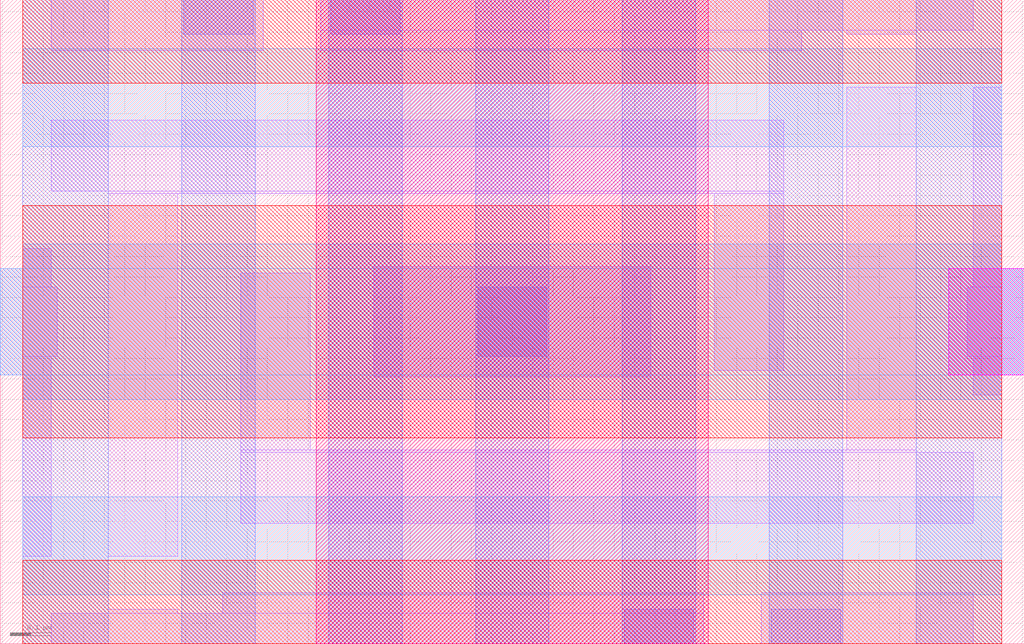
<source format=lef>
# Copyright 2020 The SkyWater PDK Authors
#
# Licensed under the Apache License, Version 2.0 (the "License");
# you may not use this file except in compliance with the License.
# You may obtain a copy of the License at
#
#     https://www.apache.org/licenses/LICENSE-2.0
#
# Unless required by applicable law or agreed to in writing, software
# distributed under the License is distributed on an "AS IS" BASIS,
# WITHOUT WARRANTIES OR CONDITIONS OF ANY KIND, either express or implied.
# See the License for the specific language governing permissions and
# limitations under the License.
#
# SPDX-License-Identifier: Apache-2.0

VERSION 5.7 ;
  NOWIREEXTENSIONATPIN ON ;
  DIVIDERCHAR "/" ;
  BUSBITCHARS "[]" ;
MACRO sky130_fd_bd_sram__sram_dp_cell_opt1a
  CLASS BLOCK ;
  FOREIGN sky130_fd_bd_sram__sram_dp_cell_opt1a ;
  ORIGIN  0.055000  0.000000 ;
  SIZE  2.510000 BY  1.580000 ;
  OBS
    LAYER li1 ;
      RECT 0.000000 0.215000 0.070000 0.705000 ;
      RECT 0.000000 0.705000 0.085000 0.875000 ;
      RECT 0.000000 0.875000 0.070000 0.970000 ;
      RECT 0.070000 0.000000 1.670000 0.075000 ;
      RECT 0.070000 1.110000 1.865000 1.285000 ;
      RECT 0.070000 1.455000 0.590000 1.580000 ;
      RECT 0.210000 0.075000 0.380000 0.085000 ;
      RECT 0.210000 0.215000 0.380000 1.105000 ;
      RECT 0.210000 1.105000 1.865000 1.110000 ;
      RECT 0.490000 0.075000 1.670000 0.125000 ;
      RECT 0.535000 0.295000 2.330000 0.470000 ;
      RECT 0.535000 0.470000 2.190000 0.475000 ;
      RECT 0.535000 0.475000 0.705000 0.910000 ;
      RECT 0.730000 1.455000 1.910000 1.505000 ;
      RECT 0.730000 1.505000 2.330000 1.580000 ;
      RECT 0.860000 0.655000 1.540000 0.925000 ;
      RECT 1.695000 0.670000 1.865000 1.105000 ;
      RECT 1.810000 0.000000 2.330000 0.125000 ;
      RECT 2.020000 0.475000 2.190000 1.365000 ;
      RECT 2.020000 1.495000 2.190000 1.505000 ;
      RECT 2.315000 0.705000 2.400000 0.875000 ;
      RECT 2.330000 0.610000 2.400000 0.705000 ;
      RECT 2.330000 0.875000 2.400000 1.365000 ;
    LAYER mcon ;
      RECT 0.395000 1.495000 0.565000 1.580000 ;
      RECT 0.755000 1.495000 0.925000 1.580000 ;
      RECT 1.115000 0.705000 1.285000 0.875000 ;
      RECT 1.475000 0.000000 1.645000 0.085000 ;
      RECT 1.835000 0.000000 2.005000 0.085000 ;
    LAYER met1 ;
      RECT -0.055000 0.660000 0.210000 0.920000 ;
      RECT  0.000000 0.000000 0.210000 0.660000 ;
      RECT  0.000000 0.920000 0.210000 1.580000 ;
      RECT  0.390000 0.000000 0.570000 1.580000 ;
      RECT  0.750000 0.000000 0.930000 1.580000 ;
      RECT  1.110000 0.000000 1.290000 1.580000 ;
      RECT  1.470000 0.000000 1.650000 1.580000 ;
      RECT  1.830000 0.000000 2.010000 1.580000 ;
      RECT  2.190000 0.000000 2.400000 0.660000 ;
      RECT  2.190000 0.660000 2.455000 0.920000 ;
      RECT  2.190000 0.920000 2.400000 1.580000 ;
    LAYER met2 ;
      RECT -0.055000 0.660000 2.455000 0.920000 ;
      RECT  0.000000 0.120000 2.400000 0.360000 ;
      RECT  0.000000 0.600000 2.400000 0.660000 ;
      RECT  0.000000 0.920000 2.400000 0.980000 ;
      RECT  0.000000 1.220000 2.400000 1.460000 ;
    LAYER met3 ;
      RECT 0.000000 0.000000 2.400000 0.205000 ;
      RECT 0.000000 0.505000 2.400000 1.075000 ;
      RECT 0.000000 1.375000 2.400000 1.580000 ;
    LAYER nwell ;
      RECT 0.720000 0.000000 1.680000 1.580000 ;
    LAYER via ;
      RECT 2.270000 0.660000 2.455000 0.920000 ;
  END
END sky130_fd_bd_sram__sram_dp_cell_opt1a
END LIBRARY

</source>
